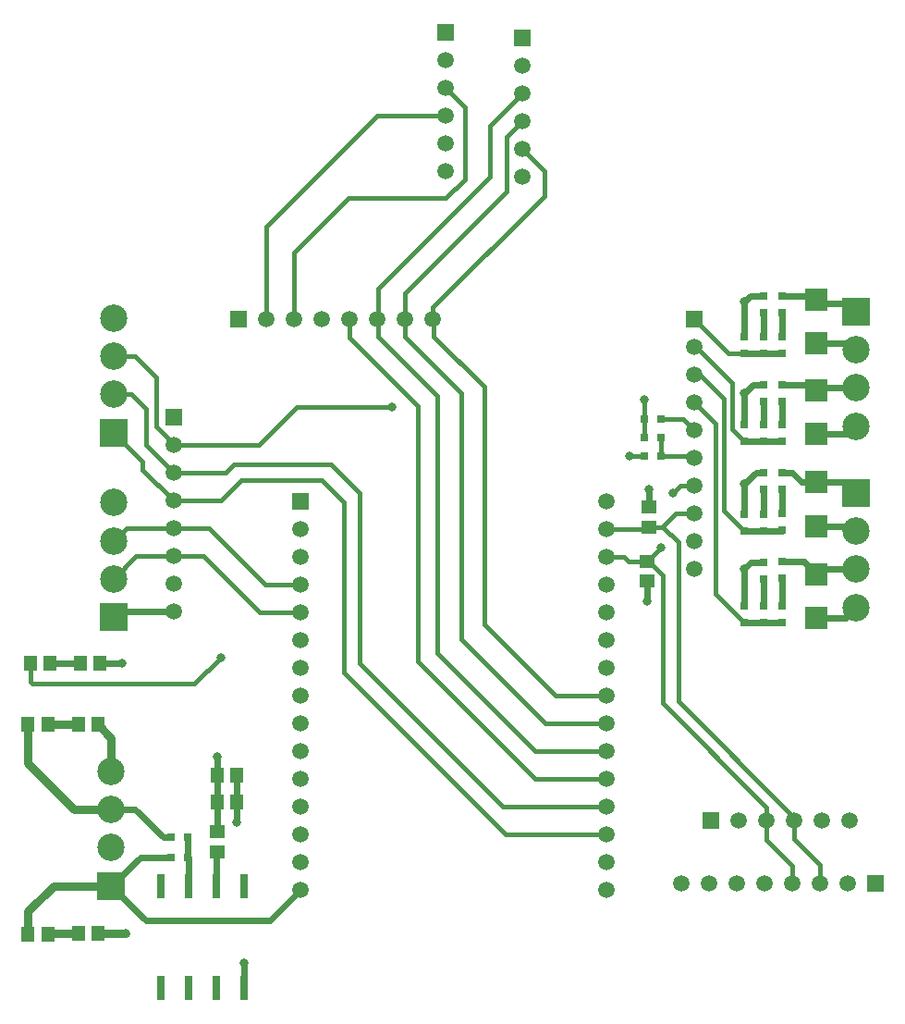
<source format=gbr>
G70*
%FSLAX55Y55*%
%ADD11C,0.02362*%
%ADD12C,0.01575*%
%ADD13C,0.03150*%
%ADD14R,0.05906X0.05906*%
%ADD15C,0.05906*%
%ADD16R,0.09843X0.09843*%
%ADD17C,0.09843*%
%ADD18R,0.03000X0.03000*%
%ADD19R,0.04724X0.05512*%
%ADD20R,0.05512X0.04724*%
%ADD21R,0.02756X0.08661*%
%ADD22R,0.08000X0.08000*%
%ADD23C,0.03150*%
D11*
X282587Y169298D02*
X282587Y159306D01*
X79004Y88668D02*
X79004Y97767D01*
D12*
X79004Y98161D02*
X78965Y98200D01*
X78965Y98235*
X79083Y98353*
D11*
X275894Y224660D02*
X275894Y233227D01*
D12*
X233130Y226778D02*
X233130Y220085D01*
X233130Y226778D02*
X233130Y233700D01*
X233084Y233700*
D11*
X269201Y269017D02*
X269201Y256550D01*
X275894Y271117D02*
X271301Y271117D01*
X269201Y269017*
X269184Y269017*
X269184Y269000*
X295185Y221266D02*
X306406Y221266D01*
X309358Y224219*
X295185Y155124D02*
X305618Y155124D01*
X309358Y158865*
D13*
X36091Y41424D02*
X46184Y41424D01*
X46184Y41400*
D11*
X86169Y98353D02*
X86169Y88668D01*
X86091Y88668*
X86091Y81300*
X86084Y81300*
X295185Y188195D02*
X307587Y188195D01*
X309358Y186424*
X269201Y236002D02*
X269201Y224660D01*
X275894Y239227D02*
X272425Y239227D01*
X269201Y236002*
X269184Y236002*
X269184Y236000*
X295185Y253943D02*
X307193Y253943D01*
X309358Y251778*
X36878Y138668D02*
X44617Y138668D01*
X44584Y138700*
D12*
X88784Y30800D02*
X88827Y30843D01*
D11*
X88827Y30449D02*
X88827Y21857D01*
X269201Y172867D02*
X269201Y159306D01*
X275894Y175054D02*
X271388Y175054D01*
X269201Y172867*
X269176Y172892*
X269184Y172892*
X269184Y172900*
D13*
X36091Y116620D02*
X40854Y111857D01*
X40854Y99809*
D11*
X269201Y203317D02*
X269201Y192376D01*
X275894Y207337D02*
X275894Y207350D01*
X273234Y207350*
X269201Y203317*
X269184Y203300D02*
X269201Y203317D01*
X309358Y200203D02*
X305618Y203943D01*
X295185Y203943*
D12*
X251091Y222841D02*
X247154Y226778D01*
X239130Y226778*
D11*
X275894Y169054D02*
X275894Y159306D01*
X282587Y175298D02*
X290760Y175298D01*
X295185Y170872*
X309358Y172644D02*
X295185Y172644D01*
X295185Y170872*
X275894Y192376D02*
X275894Y201337D01*
X282587Y192770D02*
X282587Y201337D01*
X78827Y58471D02*
X78827Y70695D01*
X78965Y70833*
D12*
X68264Y69000D02*
X68264Y68904D01*
D11*
X309358Y237998D02*
X295185Y237998D01*
X295185Y237014*
X282587Y239227D02*
X292972Y239227D01*
X295185Y237014*
D12*
X109102Y157093D02*
X94341Y157093D01*
X74184Y177250*
X62184Y177250*
X63276Y177250*
X62184Y177250D02*
X49791Y177250D01*
X41642Y169101*
X286406Y59317D02*
X286406Y65729D01*
X277114Y75020*
X277114Y82231*
X277114Y86870*
X239734Y124250*
X239734Y170550*
X234727Y175557*
X234083Y175557*
X161524Y336030D02*
X136864Y336030D01*
X96839Y296004*
X96839Y262605*
X219319Y177093D02*
X225741Y177093D01*
X227277Y175557*
X234083Y175557*
X68264Y69000D02*
X68827Y69000D01*
D11*
X68827Y68606D02*
X68827Y58471D01*
D12*
X234083Y175557D02*
X238984Y180459D01*
X238984Y180300*
X251091Y202841D02*
X245925Y202841D01*
X243284Y200200*
X251091Y212841D02*
X251091Y213392D01*
X239130Y213392*
X239130Y220085D02*
X239130Y213392D01*
D11*
X29791Y138668D02*
X18728Y138668D01*
X18728Y138865*
D12*
X251091Y252841D02*
X251693Y252841D01*
X264734Y239800*
X264734Y223126*
X269201Y218660*
D11*
X275894Y218660D02*
X269201Y218660D01*
X282587Y218660D02*
X275894Y218660D01*
D12*
X41642Y235636D02*
X48048Y235636D01*
X53234Y230450*
X53234Y217311*
X63295Y207250*
X81985Y207250*
X85134Y210400*
X119984Y210400*
X130234Y200150*
X130234Y138800*
X181941Y87093*
X219319Y87093*
D11*
X68264Y69000D02*
X68264Y75991D01*
X41642Y155321D02*
X41642Y157250D01*
X63276Y157250*
D13*
X10854Y116817D02*
X10854Y102680D01*
X27504Y86030*
X40854Y86030*
D11*
X62264Y75991D02*
X59584Y75991D01*
X49545Y86030*
X40854Y86030*
D13*
X29004Y41424D02*
X17941Y41424D01*
X17941Y41227*
X29004Y116620D02*
X17941Y116620D01*
X17941Y116817*
D11*
X234083Y168471D02*
X234083Y161102D01*
X234084Y161100*
X234634Y194928D02*
X234634Y201450D01*
X234584Y201400*
D12*
X233130Y213392D02*
X227792Y213392D01*
X227784Y213400*
X189063Y333943D02*
X183484Y328365D01*
X183484Y308750*
X146839Y272104*
X146839Y262585*
X146839Y256446*
X167134Y236150*
X167134Y147350*
X197391Y117093*
X219319Y117093*
X251091Y242841D02*
X252943Y242841D01*
X261834Y233950*
X261834Y193743*
X269201Y186376*
D11*
X275894Y186376D02*
X269201Y186376D01*
X275894Y186376D02*
X282587Y186376D01*
X282587Y186770*
X79084Y105100D02*
X79083Y105102D01*
X79083Y98353*
X275894Y250550D02*
X282587Y250550D01*
X269201Y250550D02*
X275894Y250550D01*
D12*
X269201Y250550D02*
X263382Y250550D01*
X251091Y262841*
X189063Y343943D02*
X177534Y332415D01*
X177534Y313950*
X137174Y273590*
X137174Y262384*
X137122Y262415*
X219319Y107093D02*
X193591Y107093D01*
X158334Y142350*
X158334Y235100*
X137122Y256312*
X137122Y262415*
X136839Y262585D02*
X137122Y262415D01*
X109102Y167093D02*
X96341Y167093D01*
X76184Y187250*
X63295Y187250*
X46304Y187250*
X41934Y182880*
X41642Y182880*
D11*
X282587Y271117D02*
X295185Y271117D01*
X295185Y269691*
X309358Y265557D02*
X306616Y268300D01*
X296576Y268300*
X295185Y269691*
D12*
X189063Y323943D02*
X196934Y316072D01*
X196934Y307150*
X156839Y267054*
X156839Y262585*
X157134Y262593*
X157134Y256550*
X175384Y238300*
X175384Y152900*
X201191Y127093*
X219319Y127093*
X126839Y262605D02*
X126839Y256196D01*
X151534Y231500*
X151534Y139250*
X193691Y97093*
X219319Y97093*
X11642Y138865D02*
X11642Y132143D01*
X12484Y131300*
X70684Y131300*
X80284Y140900*
D11*
X79004Y88668D02*
X79004Y87439D01*
X78965Y87400*
X78965Y77920*
X282587Y207337D02*
X286055Y207337D01*
X286251Y207533*
X289841Y203943*
X295185Y203943*
D12*
X41642Y221857D02*
X52146Y211353D01*
X52146Y208400*
X63295Y197250*
X80235Y197250*
X87734Y204750*
X116734Y204750*
X124834Y196650*
X124834Y135350*
X183091Y77093*
X219319Y77093*
X251091Y232841D02*
X258884Y225047D01*
X258884Y163622*
X269201Y153306*
D11*
X275894Y153306D02*
X269201Y153306D01*
X282587Y153306D02*
X275894Y153306D01*
D12*
X161524Y346030D02*
X168434Y339119D01*
X168434Y313150*
X161534Y306250*
X126284Y306250*
X106839Y286804*
X106839Y262605*
X251091Y192841D02*
X244225Y192841D01*
X239225Y187841*
X287114Y83850D02*
X287114Y82231D01*
X296406Y59317D02*
X296406Y66179D01*
X287114Y75470*
X287114Y83850*
X286484Y83850*
X245334Y125000*
X245334Y182250*
X239743Y187841*
X239225Y187841*
X234634Y187841D02*
X239225Y187841D01*
X234634Y187841D02*
X234634Y187093D01*
X219319Y187093*
D11*
X282587Y224660D02*
X282587Y233227D01*
X275894Y256550D02*
X275894Y265117D01*
D12*
X141984Y231000D02*
X107634Y231000D01*
X93934Y217300*
X63685Y217300*
X63295Y217250D02*
X63734Y217250D01*
X63685Y217300*
X41642Y249416D02*
X49219Y249416D01*
X56984Y241650*
X56984Y224000*
X63685Y217300*
D11*
X62264Y68904D02*
X51287Y68904D01*
X40854Y58471*
X109083Y57093D02*
X97940Y45950D01*
X53375Y45950*
X40854Y58471*
D13*
X20005Y58471D01*
X10854Y49320*
X10854Y41227*
D11*
X282587Y256550D02*
X282587Y265117D01*
D14*
X63295Y227250D03*
D15*
X63295Y217250D03*
X63295Y207250D03*
X63295Y197250D03*
X63295Y187250D03*
X63276Y177250D03*
X63276Y167250D03*
X63276Y157250D03*
D16*
X41642Y155321D03*
D17*
X41642Y169101D03*
X41642Y182880D03*
X41642Y196660D03*
D18*
X62264Y75991D03*
X68264Y75991D03*
D19*
X86091Y88668D03*
X79004Y88668D03*
D14*
X161524Y366030D03*
D15*
X161524Y356030D03*
X161524Y346030D03*
X161524Y336030D03*
X161524Y326030D03*
X161504Y316030D03*
D14*
X109102Y197093D03*
D15*
X109102Y187093D03*
X109102Y177093D03*
X109102Y167093D03*
X109102Y157093D03*
X109083Y147093D03*
X109083Y137093D03*
X109083Y127093D03*
X109083Y117093D03*
X109083Y107093D03*
X109083Y97093D03*
X109083Y87093D03*
X109083Y77093D03*
X109083Y67093D03*
X109083Y57093D03*
X219319Y57093D03*
X219319Y67093D03*
X219319Y77093D03*
X219319Y87093D03*
X219319Y97093D03*
X219319Y107093D03*
X219319Y117093D03*
X219319Y127093D03*
X219319Y137093D03*
X219319Y147093D03*
X219319Y157093D03*
X219319Y167093D03*
X219319Y177093D03*
X219319Y187093D03*
X219319Y197093D03*
D14*
X86839Y262605D03*
D15*
X96839Y262605D03*
X106839Y262605D03*
X116839Y262605D03*
X126839Y262605D03*
X136839Y262585D03*
X146839Y262585D03*
X156839Y262585D03*
D19*
X36878Y138668D03*
X29791Y138668D03*
X10854Y41227D03*
X17941Y41227D03*
X10854Y116817D03*
X17941Y116817D03*
D20*
X234634Y187841D03*
X234634Y194928D03*
D14*
X189063Y363943D03*
D15*
X189063Y353943D03*
X189063Y343943D03*
X189063Y333943D03*
X189063Y323943D03*
X189043Y313943D03*
D20*
X78965Y77920D03*
X78965Y70833D03*
D14*
X316406Y59317D03*
D15*
X306406Y59317D03*
X296406Y59317D03*
X286406Y59317D03*
X276406Y59317D03*
X266406Y59337D03*
X256406Y59337D03*
X246406Y59337D03*
D18*
X269201Y186376D03*
X269201Y192376D03*
X282587Y256550D03*
X282587Y250550D03*
D16*
X41642Y221857D03*
D17*
X41642Y235636D03*
X41642Y249416D03*
X41642Y263195D03*
D19*
X79083Y98353D03*
X86169Y98353D03*
X11642Y138865D03*
X18728Y138865D03*
D14*
X257114Y82231D03*
D15*
X267114Y82231D03*
X277114Y82231D03*
X287114Y82231D03*
X297114Y82231D03*
X307114Y82211D03*
D21*
X88827Y58471D03*
X78827Y58471D03*
X68827Y58471D03*
X58827Y58471D03*
X58827Y21857D03*
X68827Y21857D03*
X78827Y21857D03*
X88827Y21857D03*
D18*
X282587Y207337D03*
X282587Y201337D03*
D14*
X251091Y262841D03*
D15*
X251091Y252841D03*
X251091Y242841D03*
X251091Y232841D03*
X251091Y222841D03*
X251091Y212841D03*
X251091Y202841D03*
X251091Y192841D03*
X251091Y182841D03*
X251091Y172841D03*
D18*
X269201Y153306D03*
X269201Y159306D03*
D16*
X40854Y58471D03*
D17*
X40854Y72250D03*
X40854Y86030D03*
X40854Y99809D03*
D18*
X275894Y250550D03*
X275894Y256550D03*
X275894Y153306D03*
X275894Y159306D03*
X269201Y250550D03*
X269201Y256550D03*
D16*
X309358Y265557D03*
D17*
X309358Y251778D03*
X309358Y237998D03*
X309358Y224219D03*
D18*
X239130Y213392D03*
X233130Y213392D03*
X62264Y68904D03*
X68264Y68904D03*
D19*
X36091Y116620D03*
X29004Y116620D03*
D16*
X309358Y200203D03*
D17*
X309358Y186424D03*
X309358Y172644D03*
X309358Y158865D03*
D18*
X275894Y169054D03*
X275894Y175054D03*
D19*
X36091Y41424D03*
X29004Y41424D03*
D22*
X295185Y253943D03*
X295185Y269691D03*
D18*
X282587Y159306D03*
X282587Y153306D03*
X282587Y192770D03*
X282587Y186770D03*
X275894Y233227D03*
X275894Y239227D03*
D20*
X234083Y175557D03*
X234083Y168471D03*
D18*
X275894Y201337D03*
X275894Y207337D03*
X282587Y239227D03*
X282587Y233227D03*
X282587Y175298D03*
X282587Y169298D03*
X275894Y218660D03*
X275894Y224660D03*
X275894Y265117D03*
X275894Y271117D03*
X239130Y220085D03*
X233130Y220085D03*
D22*
X295185Y188195D03*
X295185Y203943D03*
D18*
X282587Y271117D03*
X282587Y265117D03*
X275894Y186376D03*
X275894Y192376D03*
X282587Y224660D03*
X282587Y218660D03*
D22*
X295185Y155124D03*
X295185Y170872D03*
X295185Y221266D03*
X295185Y237014D03*
D18*
X239130Y226778D03*
X233130Y226778D03*
X269201Y218660D03*
X269201Y224660D03*
D23*
X233084Y233700D03*
X269184Y269000D03*
X46184Y41400D03*
X86084Y81300D03*
X269184Y236000D03*
X44584Y138700D03*
X88784Y30800D03*
X269184Y172900D03*
X269184Y203300D03*
X79084Y105100D03*
X238984Y180300D03*
X243284Y200200D03*
X234084Y161100D03*
X234584Y201400D03*
X227784Y213400D03*
X80284Y140900D03*
X141984Y231000D03*
M02*

</source>
